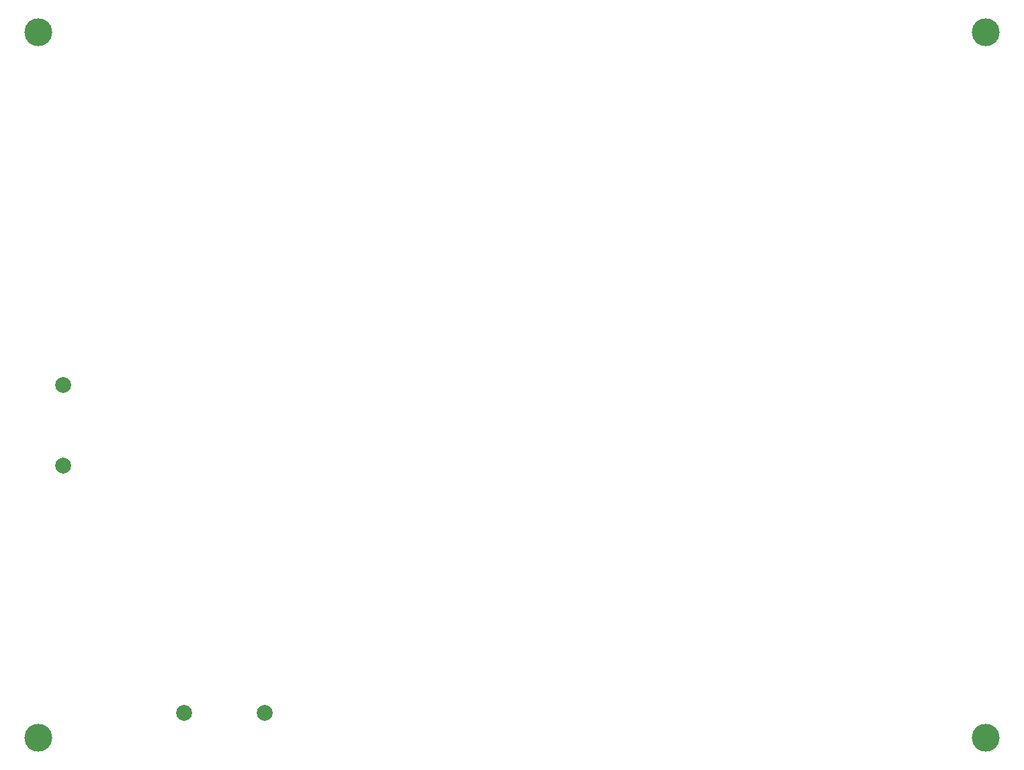
<source format=gbr>
%TF.GenerationSoftware,KiCad,Pcbnew,7.0.8*%
%TF.CreationDate,2024-01-29T15:42:32-05:00*%
%TF.ProjectId,cc_laser_supply_rev-B,63635f6c-6173-4657-925f-737570706c79,rev?*%
%TF.SameCoordinates,Original*%
%TF.FileFunction,NonPlated,1,4,NPTH,Drill*%
%TF.FilePolarity,Positive*%
%FSLAX46Y46*%
G04 Gerber Fmt 4.6, Leading zero omitted, Abs format (unit mm)*
G04 Created by KiCad (PCBNEW 7.0.8) date 2024-01-29 15:42:32*
%MOMM*%
%LPD*%
G01*
G04 APERTURE LIST*
%TA.AperFunction,ComponentDrill*%
%ADD10C,2.010000*%
%TD*%
%TA.AperFunction,ComponentDrill*%
%ADD11C,3.500000*%
%TD*%
G04 APERTURE END LIST*
D10*
%TO.C,J2*%
X83185000Y-99060000D03*
X83185000Y-109220000D03*
%TO.C,J3*%
X98425000Y-140335000D03*
X108585000Y-140335000D03*
D11*
%TO.C,H1*%
X80010000Y-54610000D03*
%TO.C,H4*%
X80010000Y-143510000D03*
%TO.C,H2*%
X199390000Y-54610000D03*
%TO.C,H3*%
X199390000Y-143510000D03*
M02*

</source>
